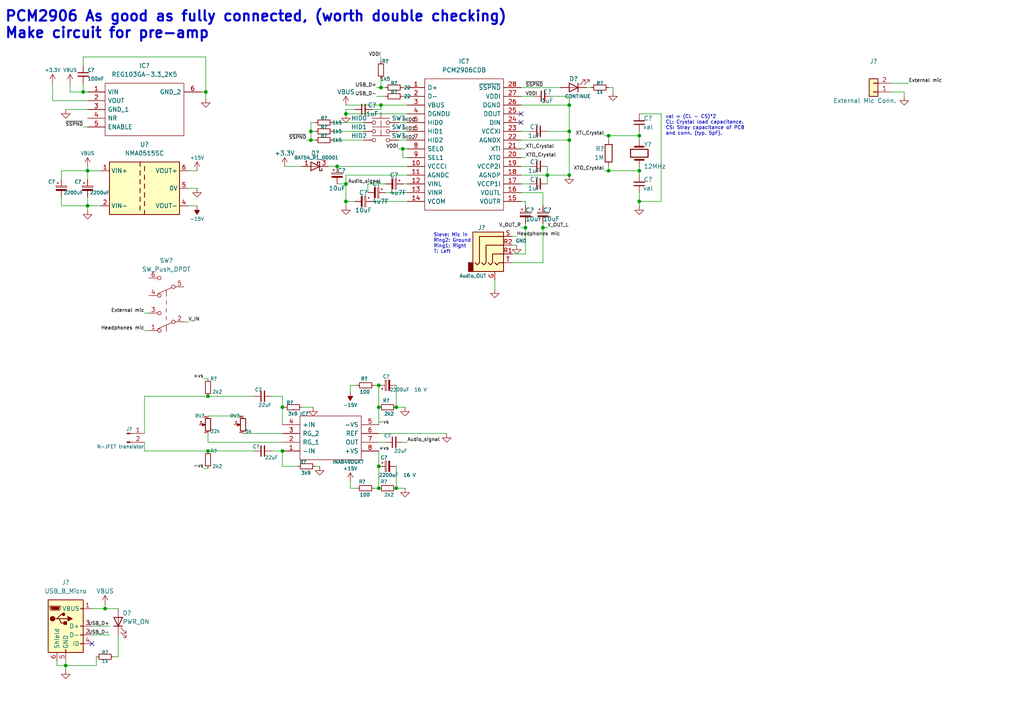
<source format=kicad_sch>
(kicad_sch (version 20211123) (generator eeschema)
  (paper "A4")
  (lib_symbols
    (symbol "Connector:AudioJack4_Ground"
      (property "Reference" "J" (at 0 8.89 0))
      (property "Value" "AudioJack4_Ground" (at 0 6.35 0))
      (symbol "AudioJack4_Ground_0_1"
        (rectangle (start -6.35 -7.62) (end -7.62 -5.08) (stroke (width 0.254)) (fill (type outline)))
        (polyline (pts (xy 0 -5.08) (xy 0.635 -5.715) (xy 1.27 -5.08) (xy 2.54 -5.08)) (stroke (width 0.254)))
        (polyline (pts (xy -5.715 -5.08) (xy -5.08 -5.715) (xy -4.445 -5.08) (xy -4.445 2.54) (xy 2.54 2.54)) (stroke (width 0.254)))
        (polyline (pts (xy -1.905 -5.08) (xy -1.27 -5.715) (xy -0.635 -5.08) (xy -0.635 -2.54) (xy 2.54 -2.54)) (stroke (width 0.254)))
        (polyline (pts (xy 2.54 0) (xy -2.54 0) (xy -2.54 -5.08) (xy -3.175 -5.715) (xy -3.81 -5.08)) (stroke (width 0.254)))
        (rectangle (start 2.54 3.81) (end -6.35 -7.62) (stroke (width 0.254)) (fill (type background)))
      )
      (symbol "AudioJack4_Ground_1_1"
        (pin passive line (at 0 -10.16 90) (length 2.54) (name "~") (number "G"))
        (pin passive line (at 5.08 -2.54 180) (length 2.54) (name "~") (number "R1"))
        (pin passive line (at 5.08 0 180) (length 2.54) (name "~") (number "R2"))
        (pin passive line (at 5.08 2.54 180) (length 2.54) (name "~") (number "S"))
        (pin passive line (at 5.08 -5.08 180) (length 2.54) (name "~") (number "T"))
      )
    )
    (symbol "Connector:Conn_01x02_Male" (pin_names (offset 1.016) hide)
      (property "Reference" "J" (at 0 2.54 0))
      (property "Value" "Conn_01x02_Male" (at 0 -5.08 0))
      (symbol "Conn_01x02_Male_1_1"
        (polyline (pts (xy 1.27 -2.54) (xy 0.8636 -2.54)) (stroke (width 0.1524)))
        (polyline (pts (xy 1.27 0) (xy 0.8636 0)) (stroke (width 0.1524)))
        (rectangle (start 0.8636 -2.413) (end 0 -2.667) (stroke (width 0.1524)) (fill (type outline)))
        (rectangle (start 0.8636 0.127) (end 0 -0.127) (stroke (width 0.1524)) (fill (type outline)))
        (pin passive line (at 5.08 0 180) (length 3.81) (name "Pin_1") (number "1"))
        (pin passive line (at 5.08 -2.54 180) (length 3.81) (name "Pin_2") (number "2"))
      )
    )
    (symbol "Connector:USB_B_Micro" (pin_names (offset 1.016))
      (property "Reference" "J" (at -5.08 11.43 0))
      (property "Value" "USB_B_Micro" (at -5.08 8.89 0))
      (symbol "USB_B_Micro_0_1"
        (rectangle (start -5.08 -7.62) (end 5.08 7.62) (stroke (width 0.254)) (fill (type background)))
        (circle (center -3.81 2.159) (radius 0.635) (stroke (width 0.254)) (fill (type outline)))
        (circle (center -0.635 3.429) (radius 0.381) (stroke (width 0.254)) (fill (type outline)))
        (rectangle (start -0.127 -7.62) (end 0.127 -6.858))
        (polyline (pts (xy -1.905 2.159) (xy 0.635 2.159)) (stroke (width 0.254)))
        (polyline (pts (xy -3.175 2.159) (xy -2.54 2.159) (xy -1.27 3.429) (xy -0.635 3.429)) (stroke (width 0.254)))
        (polyline (pts (xy -2.54 2.159) (xy -1.905 2.159) (xy -1.27 0.889) (xy 0 0.889)) (stroke (width 0.254)))
        (polyline (pts (xy 0.635 2.794) (xy 0.635 1.524) (xy 1.905 2.159) (xy 0.635 2.794)) (stroke (width 0.254)) (fill (type outline)))
        (polyline (pts (xy -4.318 5.588) (xy -1.778 5.588) (xy -2.032 4.826) (xy -4.064 4.826) (xy -4.318 5.588)) (fill (type outline)))
        (polyline (pts (xy -4.699 5.842) (xy -4.699 5.588) (xy -4.445 4.826) (xy -4.445 4.572) (xy -1.651 4.572) (xy -1.651 4.826) (xy -1.397 5.588) (xy -1.397 5.842) (xy -4.699 5.842)))
        (rectangle (start 0.254 1.27) (end -0.508 0.508) (stroke (width 0.254)) (fill (type outline)))
        (rectangle (start 5.08 -5.207) (end 4.318 -4.953))
        (rectangle (start 5.08 -2.667) (end 4.318 -2.413))
        (rectangle (start 5.08 -0.127) (end 4.318 0.127))
        (rectangle (start 5.08 4.953) (end 4.318 5.207))
      )
      (symbol "USB_B_Micro_1_1"
        (pin power_out line (at 7.62 5.08 180) (length 2.54) (name "VBUS") (number "1"))
        (pin bidirectional line (at 7.62 -2.54 180) (length 2.54) (name "D-") (number "2"))
        (pin bidirectional line (at 7.62 0 180) (length 2.54) (name "D+") (number "3"))
        (pin passive line (at 7.62 -5.08 180) (length 2.54) (name "ID") (number "4"))
        (pin power_out line (at 0 -10.16 90) (length 2.54) (name "GND") (number "5"))
        (pin passive line (at -2.54 -10.16 90) (length 2.54) (name "Shield") (number "6"))
      )
    )
    (symbol "Connector_Generic:Conn_01x02" (pin_names (offset 1.016) hide)
      (property "Reference" "J" (at 0 2.54 0))
      (property "Value" "Conn_01x02" (at 0 -5.08 0))
      (symbol "Conn_01x02_1_1"
        (rectangle (start -1.27 -2.413) (end 0 -2.667) (stroke (width 0.1524)))
        (rectangle (start -1.27 0.127) (end 0 -0.127) (stroke (width 0.1524)))
        (rectangle (start -1.27 1.27) (end 1.27 -3.81) (stroke (width 0.254)) (fill (type background)))
        (pin passive line (at -5.08 0 0) (length 3.81) (name "Pin_1") (number "1"))
        (pin passive line (at -5.08 -2.54 0) (length 3.81) (name "Pin_2") (number "2"))
      )
    )
    (symbol "Device:C_Polarized_Small" (pin_numbers hide) (pin_names (offset 0.254) hide)
      (property "Reference" "C" (at 0.254 1.778 0))
      (property "Value" "C_Polarized_Small" (at 0.254 -2.032 0))
      (symbol "C_Polarized_Small_0_1"
        (rectangle (start -1.524 -0.3048) (end 1.524 -0.6858) (fill (type outline)))
        (rectangle (start -1.524 0.6858) (end 1.524 0.3048))
        (polyline (pts (xy -1.27 1.524) (xy -0.762 1.524)))
        (polyline (pts (xy -1.016 1.27) (xy -1.016 1.778)))
      )
      (symbol "C_Polarized_Small_1_1"
        (pin passive line (at 0 2.54 270) (length 1.8542) (name "~") (number "1"))
        (pin passive line (at 0 -2.54 90) (length 1.8542) (name "~") (number "2"))
      )
    )
    (symbol "Device:C_Small" (pin_numbers hide) (pin_names (offset 0.254) hide)
      (property "Reference" "C" (at 0.254 1.778 0))
      (property "Value" "C_Small" (at 0.254 -2.032 0))
      (symbol "C_Small_0_1"
        (polyline (pts (xy -1.524 -0.508) (xy 1.524 -0.508)) (stroke (width 0.3302)))
        (polyline (pts (xy -1.524 0.508) (xy 1.524 0.508)) (stroke (width 0.3048)))
      )
      (symbol "C_Small_1_1"
        (pin passive line (at 0 2.54 270) (length 2.032) (name "~") (number "1"))
        (pin passive line (at 0 -2.54 90) (length 2.032) (name "~") (number "2"))
      )
    )
    (symbol "Device:Crystal" (pin_numbers hide) (pin_names (offset 1.016) hide)
      (property "Reference" "Y" (at 0 3.81 0))
      (property "Value" "Crystal" (at 0 -3.81 0))
      (symbol "Crystal_0_1"
        (rectangle (start -1.143 2.54) (end 1.143 -2.54) (stroke (width 0.3048)))
        (polyline (pts (xy -2.54 0) (xy -1.905 0)))
        (polyline (pts (xy -1.905 -1.27) (xy -1.905 1.27)) (stroke (width 0.508)))
        (polyline (pts (xy 1.905 -1.27) (xy 1.905 1.27)) (stroke (width 0.508)))
        (polyline (pts (xy 2.54 0) (xy 1.905 0)))
      )
      (symbol "Crystal_1_1"
        (pin passive line (at -3.81 0 0) (length 1.27) (name "1") (number "1"))
        (pin passive line (at 3.81 0 180) (length 1.27) (name "2") (number "2"))
      )
    )
    (symbol "Device:LED" (pin_numbers hide) (pin_names (offset 1.016) hide)
      (property "Reference" "D" (at 0 2.54 0))
      (property "Value" "LED" (at 0 -2.54 0))
      (symbol "LED_0_1"
        (polyline (pts (xy -1.27 -1.27) (xy -1.27 1.27)) (stroke (width 0.254)))
        (polyline (pts (xy -1.27 0) (xy 1.27 0)))
        (polyline (pts (xy 1.27 -1.27) (xy 1.27 1.27) (xy -1.27 0) (xy 1.27 -1.27)) (stroke (width 0.254)))
        (polyline (pts (xy -3.048 -0.762) (xy -4.572 -2.286) (xy -3.81 -2.286) (xy -4.572 -2.286) (xy -4.572 -1.524)))
        (polyline (pts (xy -1.778 -0.762) (xy -3.302 -2.286) (xy -2.54 -2.286) (xy -3.302 -2.286) (xy -3.302 -1.524)))
      )
      (symbol "LED_1_1"
        (pin passive line (at -3.81 0 0) (length 2.54) (name "K") (number "1"))
        (pin passive line (at 3.81 0 180) (length 2.54) (name "A") (number "2"))
      )
    )
    (symbol "Device:R" (pin_numbers hide) (pin_names (offset 0))
      (property "Reference" "R" (at 2.032 0 90))
      (property "Value" "R" (at 0 0 90))
      (symbol "R_0_1"
        (rectangle (start -1.016 -2.54) (end 1.016 2.54) (stroke (width 0.254)))
      )
      (symbol "R_1_1"
        (pin passive line (at 0 3.81 270) (length 1.27) (name "~") (number "1"))
        (pin passive line (at 0 -3.81 90) (length 1.27) (name "~") (number "2"))
      )
    )
    (symbol "Device:R_Potentiometer_Small" (pin_names (offset 1.016) hide)
      (property "Reference" "RV" (at -4.445 0 90))
      (property "Value" "R_Potentiometer_Small" (at -2.54 0 90))
      (symbol "R_Potentiometer_Small_0_1"
        (polyline (pts (xy 0.889 0) (xy 0.635 0) (xy 1.651 0.381) (xy 1.651 -0.381) (xy 0.635 0) (xy 0.889 0)) (fill (type outline)))
        (rectangle (start 0.762 1.8034) (end -0.762 -1.8034) (stroke (width 0.254)))
      )
      (symbol "R_Potentiometer_Small_1_1"
        (pin passive line (at 0 2.54 270) (length 0.635) (name "1") (number "1"))
        (pin passive line (at 2.54 0 180) (length 0.9906) (name "2") (number "2"))
        (pin passive line (at 0 -2.54 90) (length 0.635) (name "3") (number "3"))
      )
    )
    (symbol "Device:R_Small" (pin_numbers hide) (pin_names (offset 0.254) hide)
      (property "Reference" "R" (at 0.762 0.508 0))
      (property "Value" "R_Small" (at 0.762 -1.016 0))
      (symbol "R_Small_0_1"
        (rectangle (start -0.762 1.778) (end 0.762 -1.778) (stroke (width 0.2032)))
      )
      (symbol "R_Small_1_1"
        (pin passive line (at 0 2.54 270) (length 0.762) (name "~") (number "1"))
        (pin passive line (at 0 -2.54 90) (length 0.762) (name "~") (number "2"))
      )
    )
    (symbol "Diode:BAT54W" (pin_names (offset 1.016) hide)
      (property "Reference" "D" (at 0 2.54 0))
      (property "Value" "BAT54W" (at 0 -2.54 0))
      (symbol "BAT54W_0_1"
        (polyline (pts (xy 1.27 0) (xy -1.27 0)))
        (polyline (pts (xy 1.27 1.27) (xy 1.27 -1.27) (xy -1.27 0) (xy 1.27 1.27)) (stroke (width 0.254)))
        (polyline (pts (xy -1.905 0.635) (xy -1.905 1.27) (xy -1.27 1.27) (xy -1.27 -1.27) (xy -0.635 -1.27) (xy -0.635 -0.635)) (stroke (width 0.254)))
      )
      (symbol "BAT54W_1_1"
        (pin passive line (at 3.81 0 180) (length 2.54) (name "A") (number "1"))
        (pin no_connect line (at 0 0 90) (length 2.54) hide (name "NC") (number "2"))
        (pin passive line (at -3.81 0 0) (length 2.54) (name "K") (number "3"))
      )
    )
    (symbol "Regulator_Switching:NMA0515SC"
      (property "Reference" "U" (at -10.16 8.89 0))
      (property "Value" "NMA0515SC" (at 0 8.89 0))
      (symbol "NMA0515SC_0_1"
        (rectangle (start -10.16 7.62) (end 10.16 -7.62) (stroke (width 0.254)) (fill (type background)))
        (polyline (pts (xy -1.27 -5.08) (xy -1.27 -6.35)) (stroke (width 0.254)))
        (polyline (pts (xy -1.27 -2.54) (xy -1.27 -3.81)) (stroke (width 0.254)))
        (polyline (pts (xy -1.27 0) (xy -1.27 -1.27)) (stroke (width 0.254)))
        (polyline (pts (xy -1.27 2.54) (xy -1.27 1.27)) (stroke (width 0.254)))
        (polyline (pts (xy -1.27 5.08) (xy -1.27 3.81)) (stroke (width 0.254)))
        (polyline (pts (xy -1.27 7.62) (xy -1.27 6.35)) (stroke (width 0.254)))
        (polyline (pts (xy 0 -7.62) (xy 0 -6.35)) (stroke (width 0.254)))
        (polyline (pts (xy 0 -5.08) (xy 0 -3.81)) (stroke (width 0.254)))
        (polyline (pts (xy 0 -1.27) (xy 0 -2.54)) (stroke (width 0.254)))
        (polyline (pts (xy 0 0) (xy 0 1.27)) (stroke (width 0.254)))
        (polyline (pts (xy 0 2.54) (xy 0 3.81)) (stroke (width 0.254)))
        (polyline (pts (xy 0 5.08) (xy 0 6.35)) (stroke (width 0.254)))
      )
      (symbol "NMA0515SC_1_1"
        (pin power_in line (at -12.7 5.08 0) (length 2.54) (name "VIN+") (number "1"))
        (pin power_in line (at -12.7 -5.08 0) (length 2.54) (name "VIN-") (number "2"))
        (pin power_out line (at 12.7 -5.08 180) (length 2.54) (name "VOUT-") (number "4"))
        (pin power_out line (at 12.7 0 180) (length 2.54) (name "0V") (number "5"))
        (pin power_out line (at 12.7 5.08 180) (length 2.54) (name "VOUT+") (number "6"))
      )
    )
    (symbol "Switch:SW_Push" (pin_numbers hide) (pin_names (offset 1.016) hide)
      (property "Reference" "SW" (at 1.27 2.54 0))
      (property "Value" "SW_Push" (at 0 -1.524 0))
      (symbol "SW_Push_0_1"
        (circle (center -2.032 0) (radius 0.508))
        (polyline (pts (xy 0 1.27) (xy 0 3.048)))
        (polyline (pts (xy 2.54 1.27) (xy -2.54 1.27)))
        (circle (center 2.032 0) (radius 0.508))
        (pin passive line (at -5.08 0 0) (length 2.54) (name "1") (number "1"))
        (pin passive line (at 5.08 0 180) (length 2.54) (name "2") (number "2"))
      )
    )
    (symbol "Switch:SW_Push_DPDT" (pin_names (offset 0) hide)
      (property "Reference" "SW" (at 0 8.89 0))
      (property "Value" "SW_Push_DPDT" (at 0 -10.16 0))
      (symbol "SW_Push_DPDT_0_0"
        (circle (center -2.032 -5.08) (radius 0.508))
        (circle (center -2.032 5.08) (radius 0.508))
        (circle (center 2.032 -7.62) (radius 0.508))
        (circle (center 2.032 2.54) (radius 0.508))
      )
      (symbol "SW_Push_DPDT_0_1"
        (polyline (pts (xy -1.524 -4.826) (xy 2.54 -3.048)))
        (polyline (pts (xy -1.524 5.334) (xy 2.54 7.112)))
        (polyline (pts (xy 0 -2.286) (xy 0 -4.064)))
        (polyline (pts (xy 0 -1.016) (xy 0 0)))
        (polyline (pts (xy 0 1.27) (xy 0 2.286)))
        (polyline (pts (xy 0 3.556) (xy 0 4.572)))
        (polyline (pts (xy 0 7.874) (xy 0 6.096)))
        (circle (center 2.032 -2.54) (radius 0.508))
        (circle (center 2.032 7.62) (radius 0.508))
      )
      (symbol "SW_Push_DPDT_1_1"
        (pin passive line (at 5.08 7.62 180) (length 2.54) (name "A") (number "1"))
        (pin passive line (at -5.08 5.08 0) (length 2.54) (name "B") (number "2"))
        (pin passive line (at 5.08 2.54 180) (length 2.54) (name "C") (number "3"))
        (pin passive line (at 5.08 -2.54 180) (length 2.54) (name "A") (number "4"))
        (pin passive line (at -5.08 -5.08 0) (length 2.54) (name "B") (number "5"))
        (pin passive line (at 5.08 -7.62 180) (length 2.54) (name "C") (number "6"))
      )
    )
    (symbol "global_lib:INA849DGKT" (pin_names (offset 0.762))
      (property "Reference" "IC" (at 24.13 7.62 0))
      (property "Value" "INA849DGKT" (at 24.13 5.08 0))
      (symbol "INA849DGKT_0_0"
        (pin passive line (at 0 0 0) (length 5.08) (name "-IN") (number "1"))
        (pin passive line (at 0 -2.54 0) (length 5.08) (name "RG_1") (number "2"))
        (pin passive line (at 0 -5.08 0) (length 5.08) (name "RG_2") (number "3"))
        (pin passive line (at 0 -7.62 0) (length 5.08) (name "+IN") (number "4"))
        (pin passive line (at 27.94 -7.62 180) (length 5.08) (name "-VS") (number "5"))
        (pin passive line (at 27.94 -5.08 180) (length 5.08) (name "REF") (number "6"))
        (pin passive line (at 27.94 -2.54 180) (length 5.08) (name "OUT") (number "7"))
        (pin passive line (at 27.94 0 180) (length 5.08) (name "+VS") (number "8"))
      )
      (symbol "INA849DGKT_0_1"
        (polyline (pts (xy 5.08 2.54) (xy 22.86 2.54) (xy 22.86 -10.16) (xy 5.08 -10.16) (xy 5.08 2.54)) (stroke (width 0.1524)))
      )
    )
    (symbol "global_lib:PCM2906CDB" (pin_names (offset 0.762))
      (property "Reference" "IC" (at 5.08 6.35 0))
      (property "Value" "PCM2906CDB" (at 5.08 3.81 0))
      (symbol "PCM2906CDB_0_0"
        (pin passive line (at 0 0 0) (length 5.08) (name "D+") (number "1"))
        (pin passive line (at 0 -22.86 0) (length 5.08) (name "VCCCI") (number "10"))
        (pin passive line (at 0 -25.4 0) (length 5.08) (name "AGNDC") (number "11"))
        (pin passive line (at 0 -27.94 0) (length 5.08) (name "VINL") (number "12"))
        (pin passive line (at 0 -30.48 0) (length 5.08) (name "VINR") (number "13"))
        (pin passive line (at 0 -33.02 0) (length 5.08) (name "VCOM") (number "14"))
        (pin passive line (at 33.02 -33.02 180) (length 5.08) (name "VOUTR") (number "15"))
        (pin passive line (at 33.02 -30.48 180) (length 5.08) (name "VOUTL") (number "16"))
        (pin passive line (at 33.02 -27.94 180) (length 5.08) (name "VCCP1I") (number "17"))
        (pin passive line (at 33.02 -25.4 180) (length 5.08) (name "AGNDP") (number "18"))
        (pin passive line (at 33.02 -22.86 180) (length 5.08) (name "VCCP2I") (number "19"))
        (pin passive line (at 0 -2.54 0) (length 5.08) (name "D-") (number "2"))
        (pin passive line (at 33.02 -20.32 180) (length 5.08) (name "XTO") (number "20"))
        (pin passive line (at 33.02 -17.78 180) (length 5.08) (name "XTI") (number "21"))
        (pin passive line (at 33.02 -15.24 180) (length 5.08) (name "AGNDX") (number "22"))
        (pin passive line (at 33.02 -12.7 180) (length 5.08) (name "VCCXI") (number "23"))
        (pin passive line (at 33.02 -10.16 180) (length 5.08) (name "DIN") (number "24"))
        (pin passive line (at 33.02 -7.62 180) (length 5.08) (name "DOUT") (number "25"))
        (pin passive line (at 33.02 -5.08 180) (length 5.08) (name "DGND") (number "26"))
        (pin passive line (at 33.02 -2.54 180) (length 5.08) (name "VDDI") (number "27"))
        (pin passive line (at 33.02 0 180) (length 5.08) (name "~{SSPND}") (number "28"))
        (pin passive line (at 0 -5.08 0) (length 5.08) (name "VBUS") (number "3"))
        (pin passive line (at 0 -7.62 0) (length 5.08) (name "DGNDU") (number "4"))
        (pin passive line (at 0 -10.16 0) (length 5.08) (name "HID0") (number "5"))
        (pin passive line (at 0 -12.7 0) (length 5.08) (name "HID1") (number "6"))
        (pin passive line (at 0 -15.24 0) (length 5.08) (name "HID2") (number "7"))
        (pin passive line (at 0 -17.78 0) (length 5.08) (name "SEL0") (number "8"))
        (pin passive line (at 0 -20.32 0) (length 5.08) (name "SEL1") (number "9"))
      )
      (symbol "PCM2906CDB_0_1"
        (polyline (pts (xy 5.08 2.54) (xy 27.94 2.54) (xy 27.94 -35.56) (xy 5.08 -35.56) (xy 5.08 2.54)) (stroke (width 0.1524)))
      )
    )
    (symbol "global_lib:REG103GA-3.3_2K5" (pin_names (offset 0.762))
      (property "Reference" "IC" (at 29.21 7.62 0))
      (property "Value" "REG103GA-3.3_2K5" (at 29.21 5.08 0))
      (symbol "REG103GA-3.3_2K5_0_0"
        (pin passive line (at 0 0 0) (length 5.08) (name "VIN") (number "1"))
        (pin passive line (at 0 -2.54 0) (length 5.08) (name "VOUT") (number "2"))
        (pin passive line (at 0 -5.08 0) (length 5.08) (name "GND_1") (number "3"))
        (pin passive line (at 0 -7.62 0) (length 5.08) (name "NR") (number "4"))
        (pin passive line (at 0 -10.16 0) (length 5.08) (name "ENABLE") (number "5"))
        (pin passive line (at 33.02 0 180) (length 5.08) (name "GND_2") (number "6"))
      )
      (symbol "REG103GA-3.3_2K5_0_1"
        (polyline (pts (xy 5.08 2.54) (xy 27.94 2.54) (xy 27.94 -12.7) (xy 5.08 -12.7) (xy 5.08 2.54)) (stroke (width 0.1524)))
      )
    )
    (symbol "power:+15V" (power) (pin_names (offset 0))
      (property "Value" "+15V" (at 0 3.556 0))
      (symbol "+15V_0_1"
        (polyline (pts (xy -0.762 1.27) (xy 0 2.54)))
        (polyline (pts (xy 0 0) (xy 0 2.54)))
        (polyline (pts (xy 0 2.54) (xy 0.762 1.27)))
      )
      (symbol "+15V_1_1"
        (pin power_in line (at 0 0 90) (length 0) hide (name "+15V") (number "1"))
      )
    )
    (symbol "power:+3.3V" (power) (pin_names (offset 0))
      (property "Value" "+3.3V" (at 0 3.556 0))
      (symbol "+3.3V_0_1"
        (polyline (pts (xy -0.762 1.27) (xy 0 2.54)))
        (polyline (pts (xy 0 0) (xy 0 2.54)))
        (polyline (pts (xy 0 2.54) (xy 0.762 1.27)))
      )
      (symbol "+3.3V_1_1"
        (pin power_in line (at 0 0 90) (length 0) hide (name "+3.3V") (number "1"))
      )
    )
    (symbol "power:-15V" (power) (pin_names (offset 0))
      (property "Value" "-15V" (at 0 3.81 0))
      (symbol "-15V_0_0"
        (pin power_in line (at 0 0 90) (length 0) hide (name "-15V") (number "1"))
      )
      (symbol "-15V_0_1"
        (polyline (pts (xy 0 0) (xy 0 1.27) (xy 0.762 1.27) (xy 0 2.54) (xy -0.762 1.27) (xy 0 1.27)) (fill (type outline)))
      )
    )
    (symbol "power:GND" (power) (pin_names (offset 0))
      (property "Value" "GND" (at 0 -3.81 0))
      (symbol "GND_0_1"
        (polyline (pts (xy 0 0) (xy 0 -1.27) (xy 1.27 -1.27) (xy 0 -2.54) (xy -1.27 -1.27) (xy 0 -1.27)))
      )
      (symbol "GND_1_1"
        (pin power_in line (at 0 0 270) (length 0) hide (name "GND") (number "1"))
      )
    )
    (symbol "power:VBUS" (power) (pin_names (offset 0))
      (property "Value" "VBUS" (at 0 3.81 0))
      (symbol "VBUS_0_1"
        (polyline (pts (xy -0.762 1.27) (xy 0 2.54)))
        (polyline (pts (xy 0 0) (xy 0 2.54)))
        (polyline (pts (xy 0 2.54) (xy 0.762 1.27)))
      )
      (symbol "VBUS_1_1"
        (pin power_in line (at 0 0 90) (length 0) hide (name "VBUS") (number "1"))
      )
    )
  )
  (junction (at 114.935 118.11))
  (junction (at 152.4 66.04))
  (junction (at 109.855 111.76))
  (junction (at 19.05 193.04))
  (junction (at 165.1 30.48))
  (junction (at 185.42 58.42))
  (junction (at 185.42 39.37))
  (junction (at 176.53 49.53))
  (junction (at 59.69 26.67))
  (junction (at 157.48 66.04))
  (junction (at 110.49 30.48))
  (junction (at 114.935 141.605))
  (junction (at 109.855 118.11))
  (junction (at 165.1 50.8))
  (junction (at 30.48 176.53))
  (junction (at 116.84 43.18))
  (junction (at 176.53 39.37))
  (junction (at 90.17 38.1))
  (junction (at 25.4 49.53))
  (junction (at 24.13 26.67))
  (junction (at 60.325 114.935))
  (junction (at 185.42 49.53))
  (junction (at 158.75 50.8))
  (junction (at 100.33 33.02))
  (junction (at 25.4 59.69))
  (junction (at 100.33 58.42))
  (junction (at 109.855 141.605))
  (junction (at 109.855 135.255))
  (junction (at 100.33 53.34))
  (junction (at 81.915 130.81))
  (junction (at 110.49 25.4))
  (junction (at 165.1 40.64))
  (junction (at 60.325 130.81))
  (junction (at 90.17 40.64))
  (junction (at 81.915 118.11))
  (junction (at 165.1 38.1))
  (junction (at 97.79 48.26))
  (no_connect (at 151.13 33.02))
  (no_connect (at 26.67 186.69))
  (no_connect (at 151.13 35.56))
  (wire (pts (xy 100.33 59.69) (xy 100.33 58.42)))
  (wire (pts (xy 58.42 26.67) (xy 59.69 26.67)))
  (wire (pts (xy 175.26 49.53) (xy 176.53 49.53)))
  (wire (pts (xy 109.22 27.94) (xy 111.76 27.94)))
  (wire (pts (xy 109.855 128.27) (xy 111.76 128.27)))
  (wire (pts (xy 60.325 128.27) (xy 81.915 128.27)))
  (wire (pts (xy 81.915 118.11) (xy 81.915 123.19)))
  (wire (pts (xy 191.77 33.02) (xy 191.77 58.42)))
  (wire (pts (xy 116.84 43.18) (xy 116.84 45.72)))
  (wire (pts (xy 91.44 135.255) (xy 92.71 135.255)))
  (wire (pts (xy 100.33 31.75) (xy 100.33 33.02)))
  (wire (pts (xy 81.915 135.255) (xy 86.36 135.255)))
  (wire (pts (xy 177.8 25.4) (xy 177.8 26.67)))
  (wire (pts (xy 148.59 76.2) (xy 157.48 76.2)))
  (wire (pts (xy 114.935 135.255) (xy 114.935 141.605)))
  (wire (pts (xy 148.59 73.66) (xy 152.4 73.66)))
  (wire (pts (xy 41.91 90.805) (xy 43.18 90.805)))
  (wire (pts (xy 90.17 38.1) (xy 91.44 38.1)))
  (wire (pts (xy 15.24 24.13) (xy 15.24 29.21)))
  (wire (pts (xy 115.57 43.18) (xy 116.84 43.18)))
  (wire (pts (xy 258.445 24.13) (xy 263.525 24.13)))
  (wire (pts (xy 19.05 193.04) (xy 19.05 194.31)))
  (wire (pts (xy 151.13 53.34) (xy 153.67 53.34)))
  (wire (pts (xy 24.13 24.13) (xy 24.13 26.67)))
  (wire (pts (xy 109.855 118.11) (xy 109.855 123.19)))
  (wire (pts (xy 100.33 50.8) (xy 118.11 50.8)))
  (wire (pts (xy 176.53 39.37) (xy 176.53 40.64)))
  (wire (pts (xy 152.4 45.72) (xy 151.13 45.72)))
  (wire (pts (xy 185.42 48.26) (xy 185.42 49.53)))
  (wire (pts (xy 53.34 93.345) (xy 54.61 93.345)))
  (wire (pts (xy 95.25 48.26) (xy 97.79 48.26)))
  (wire (pts (xy 34.29 184.15) (xy 34.29 190.5)))
  (wire (pts (xy 24.13 36.83) (xy 25.4 36.83)))
  (wire (pts (xy 60.325 120.65) (xy 70.485 120.65)))
  (wire (pts (xy 88.9 40.64) (xy 90.17 40.64)))
  (wire (pts (xy 96.52 35.56) (xy 105.41 35.56)))
  (wire (pts (xy 185.42 39.37) (xy 185.42 40.64)))
  (wire (pts (xy 100.33 33.02) (xy 118.11 33.02)))
  (wire (pts (xy 91.44 35.56) (xy 90.17 35.56)))
  (wire (pts (xy 165.1 27.94) (xy 165.1 30.48)))
  (wire (pts (xy 158.75 48.26) (xy 158.75 50.8)))
  (wire (pts (xy 100.33 58.42) (xy 100.33 53.34)))
  (wire (pts (xy 152.4 66.04) (xy 152.4 73.66)))
  (wire (pts (xy 157.48 64.77) (xy 157.48 66.04)))
  (wire (pts (xy 175.26 39.37) (xy 176.53 39.37)))
  (wire (pts (xy 41.91 114.935) (xy 41.91 125.73)))
  (wire (pts (xy 109.855 125.73) (xy 129.54 125.73)))
  (wire (pts (xy 116.84 53.34) (xy 118.11 53.34)))
  (wire (pts (xy 26.67 176.53) (xy 30.48 176.53)))
  (wire (pts (xy 70.485 125.73) (xy 81.915 125.73)))
  (wire (pts (xy 59.69 16.51) (xy 24.13 16.51)))
  (wire (pts (xy 59.055 109.855) (xy 60.325 109.855)))
  (wire (pts (xy 24.13 16.51) (xy 24.13 19.05)))
  (wire (pts (xy 262.255 26.67) (xy 258.445 26.67)))
  (wire (pts (xy 16.51 191.77) (xy 16.51 193.04)))
  (wire (pts (xy 109.855 135.255) (xy 109.855 141.605)))
  (wire (pts (xy 16.51 193.04) (xy 19.05 193.04)))
  (wire (pts (xy 19.05 191.77) (xy 19.05 193.04)))
  (wire (pts (xy 27.94 190.5) (xy 27.94 193.04)))
  (wire (pts (xy 107.95 31.75) (xy 110.49 31.75)))
  (wire (pts (xy 24.13 26.67) (xy 25.4 26.67)))
  (wire (pts (xy 54.61 54.61) (xy 57.15 54.61)))
  (wire (pts (xy 54.61 59.69) (xy 57.15 59.69)))
  (wire (pts (xy 87.63 118.11) (xy 90.805 118.11)))
  (wire (pts (xy 41.91 130.81) (xy 41.91 128.27)))
  (wire (pts (xy 185.42 33.02) (xy 191.77 33.02)))
  (wire (pts (xy 27.94 193.04) (xy 19.05 193.04)))
  (wire (pts (xy 165.1 40.64) (xy 165.1 50.8)))
  (wire (pts (xy 17.78 59.69) (xy 25.4 59.69)))
  (wire (pts (xy 15.24 29.21) (xy 25.4 29.21)))
  (wire (pts (xy 97.79 48.26) (xy 118.11 48.26)))
  (wire (pts (xy 152.4 64.77) (xy 152.4 66.04)))
  (wire (pts (xy 116.84 45.72) (xy 118.11 45.72)))
  (wire (pts (xy 109.855 130.81) (xy 109.855 135.255)))
  (wire (pts (xy 106.68 53.34) (xy 111.76 53.34)))
  (wire (pts (xy 151.13 50.8) (xy 158.75 50.8)))
  (wire (pts (xy 20.32 24.13) (xy 20.32 26.67)))
  (wire (pts (xy 109.22 25.4) (xy 110.49 25.4)))
  (wire (pts (xy 25.4 57.15) (xy 25.4 59.69)))
  (wire (pts (xy 109.855 111.76) (xy 109.855 118.11)))
  (wire (pts (xy 100.33 58.42) (xy 102.87 58.42)))
  (wire (pts (xy 185.42 50.8) (xy 185.42 49.53)))
  (wire (pts (xy 102.87 31.75) (xy 100.33 31.75)))
  (wire (pts (xy 157.48 66.04) (xy 158.75 66.04)))
  (wire (pts (xy 143.51 81.28) (xy 143.51 83.82)))
  (wire (pts (xy 25.4 60.96) (xy 25.4 59.69)))
  (wire (pts (xy 96.52 40.64) (xy 105.41 40.64)))
  (wire (pts (xy 25.4 49.53) (xy 29.21 49.53)))
  (wire (pts (xy 25.4 48.26) (xy 25.4 49.53)))
  (wire (pts (xy 185.42 38.1) (xy 185.42 39.37)))
  (wire (pts (xy 151.13 66.04) (xy 152.4 66.04)))
  (wire (pts (xy 30.48 176.53) (xy 30.48 175.26)))
  (wire (pts (xy 25.4 49.53) (xy 25.4 52.07)))
  (wire (pts (xy 60.325 125.73) (xy 60.325 128.27)))
  (wire (pts (xy 148.59 68.58) (xy 149.86 68.58)))
  (wire (pts (xy 20.32 26.67) (xy 24.13 26.67)))
  (wire (pts (xy 116.84 128.27) (xy 118.11 128.27)))
  (wire (pts (xy 100.33 53.34) (xy 100.33 50.8)))
  (wire (pts (xy 176.53 25.4) (xy 177.8 25.4)))
  (wire (pts (xy 81.915 130.81) (xy 81.915 135.255)))
  (wire (pts (xy 59.055 135.89) (xy 60.325 135.89)))
  (wire (pts (xy 158.75 38.1) (xy 165.1 38.1)))
  (wire (pts (xy 152.4 43.18) (xy 151.13 43.18)))
  (wire (pts (xy 106.68 55.88) (xy 106.68 53.34)))
  (wire (pts (xy 165.1 30.48) (xy 165.1 38.1)))
  (wire (pts (xy 90.17 40.64) (xy 91.44 40.64)))
  (wire (pts (xy 78.74 130.81) (xy 81.915 130.81)))
  (wire (pts (xy 73.66 130.81) (xy 60.325 130.81)))
  (wire (pts (xy 30.48 176.53) (xy 34.29 176.53)))
  (wire (pts (xy 115.57 40.64) (xy 118.11 40.64)))
  (wire (pts (xy 185.42 58.42) (xy 185.42 59.69)))
  (wire (pts (xy 157.48 55.88) (xy 157.48 59.69)))
  (wire (pts (xy 148.59 71.12) (xy 149.86 71.12)))
  (wire (pts (xy 110.49 16.51) (xy 110.49 17.78)))
  (wire (pts (xy 157.48 66.04) (xy 157.48 76.2)))
  (wire (pts (xy 81.915 114.935) (xy 81.915 118.11)))
  (wire (pts (xy 176.53 49.53) (xy 185.42 49.53)))
  (wire (pts (xy 73.66 114.935) (xy 60.325 114.935)))
  (wire (pts (xy 59.69 16.51) (xy 59.69 26.67)))
  (wire (pts (xy 110.49 31.75) (xy 110.49 30.48)))
  (wire (pts (xy 158.75 50.8) (xy 158.75 53.34)))
  (wire (pts (xy 100.33 30.48) (xy 110.49 30.48)))
  (wire (pts (xy 41.91 95.885) (xy 43.18 95.885)))
  (wire (pts (xy 115.57 38.1) (xy 118.11 38.1)))
  (wire (pts (xy 151.13 38.1) (xy 153.67 38.1)))
  (wire (pts (xy 170.18 25.4) (xy 171.45 25.4)))
  (wire (pts (xy 151.13 58.42) (xy 152.4 58.42)))
  (wire (pts (xy 101.6 111.76) (xy 101.6 113.665)))
  (wire (pts (xy 185.42 55.88) (xy 185.42 58.42)))
  (wire (pts (xy 160.02 27.94) (xy 165.1 27.94)))
  (wire (pts (xy 54.61 49.53) (xy 57.15 49.53)))
  (wire (pts (xy 97.79 53.34) (xy 100.33 53.34)))
  (wire (pts (xy 60.325 114.935) (xy 41.91 114.935)))
  (wire (pts (xy 17.78 52.07) (xy 17.78 49.53)))
  (wire (pts (xy 90.17 38.1) (xy 90.17 40.64)))
  (wire (pts (xy 114.935 111.76) (xy 114.935 118.11)))
  (wire (pts (xy 116.84 43.18) (xy 118.11 43.18)))
  (wire (pts (xy 26.67 184.15) (xy 31.75 184.15)))
  (wire (pts (xy 59.69 26.67) (xy 59.69 28.575)))
  (wire (pts (xy 25.4 59.69) (xy 29.21 59.69)))
  (wire (pts (xy 17.78 57.15) (xy 17.78 59.69)))
  (wire (pts (xy 110.49 30.48) (xy 118.11 30.48)))
  (wire (pts (xy 262.255 27.94) (xy 262.255 26.67)))
  (wire (pts (xy 82.55 48.26) (xy 87.63 48.26)))
  (wire (pts (xy 114.935 118.11) (xy 117.475 118.11)))
  (wire (pts (xy 81.915 118.11) (xy 82.55 118.11)))
  (wire (pts (xy 114.935 141.605) (xy 117.475 141.605)))
  (wire (pts (xy 60.325 130.81) (xy 41.91 130.81)))
  (wire (pts (xy 176.53 39.37) (xy 185.42 39.37)))
  (wire (pts (xy 185.42 58.42) (xy 191.77 58.42)))
  (wire (pts (xy 165.1 38.1) (xy 165.1 40.64)))
  (wire (pts (xy 108.585 111.76) (xy 109.855 111.76)))
  (wire (pts (xy 90.17 35.56) (xy 90.17 38.1)))
  (wire (pts (xy 110.49 22.86) (xy 110.49 25.4)))
  (wire (pts (xy 26.67 181.61) (xy 31.75 181.61)))
  (wire (pts (xy 101.6 141.605) (xy 103.505 141.605)))
  (wire (pts (xy 116.84 27.94) (xy 118.11 27.94)))
  (wire (pts (xy 151.13 30.48) (xy 165.1 30.48)))
  (wire (pts (xy 78.74 114.935) (xy 81.915 114.935)))
  (wire (pts (xy 107.95 58.42) (xy 118.11 58.42)))
  (wire (pts (xy 152.4 58.42) (xy 152.4 59.69)))
  (wire (pts (xy 111.76 55.88) (xy 118.11 55.88)))
  (wire (pts (xy 151.13 25.4) (xy 162.56 25.4)))
  (wire (pts (xy 110.49 25.4) (xy 111.76 25.4)))
  (wire (pts (xy 96.52 38.1) (xy 105.41 38.1)))
  (wire (pts (xy 19.05 31.75) (xy 25.4 31.75)))
  (wire (pts (xy 101.6 139.7) (xy 101.6 141.605)))
  (wire (pts (xy 116.84 25.4) (xy 118.11 25.4)))
  (wire (pts (xy 115.57 35.56) (xy 118.11 35.56)))
  (wire (pts (xy 158.75 50.8) (xy 165.1 50.8)))
  (wire (pts (xy 151.13 40.64) (xy 165.1 40.64)))
  (wire (pts (xy 108.585 141.605) (xy 109.855 141.605)))
  (wire (pts (xy 151.13 27.94) (xy 154.94 27.94)))
  (wire (pts (xy 17.78 49.53) (xy 25.4 49.53)))
  (wire (pts (xy 101.6 111.76) (xy 103.505 111.76)))
  (wire (pts (xy 176.53 49.53) (xy 176.53 48.26)))
  (wire (pts (xy 151.13 48.26) (xy 153.67 48.26)))
  (wire (pts (xy 34.29 190.5) (xy 33.02 190.5)))
  (wire (pts (xy 151.13 55.88) (xy 157.48 55.88)))
  (text "Sleve: Mic in\nRing2: Ground\nRing1: Right\nT: Left" (at 125.73 73.66 0) (effects (font (size 1 1)) (justify left bottom)))
  (text "PCM2906 As good as fully connected, (worth double checking)\nMake circuit for pre-amp" (at 1.27 11.43 0) (effects (font (size 3 3) (thickness 0.6) bold) (justify left bottom)))
  (text "val = (CL - CS)*2\nCL: Crystal load capacitance.\nCS: Stray capacitance of PCB \nand conn. (typ. 5pF)." (at 193.04 39.37 0) (effects (font (size 1 1)) (justify left bottom)))
  (label "USB_D-" (at 109.22 27.94 180) (effects (font (size 1 1))))
  (label "External mic" (at 41.91 90.805 180) (effects (font (size 1 1))))
  (label "+vs" (at 109.855 130.81 0) (effects (font (size 1 1))))
  (label "USB_D+" (at 109.22 25.4 180) (effects (font (size 1 1))))
  (label "~{SSPND}" (at 88.9 40.64 180) (effects (font (size 1 1))))
  (label "+vs" (at 59.055 109.855 180) (effects (font (size 1 1))))
  (label "Headphones mic" (at 41.91 95.885 180) (effects (font (size 1 1))))
  (label "~{SSPND}" (at 24.13 36.83 180) (effects (font (size 1 1))))
  (label "XTI_Crystal" (at 175.26 39.37 180) (effects (font (size 1 1))))
  (label "XTO_Crystal" (at 152.4 45.72 0) (effects (font (size 1 1))))
  (label "~{SSPND}" (at 152.4 25.4 0) (effects (font (size 1 1))))
  (label "Headphones mic" (at 149.86 68.58 0) (effects (font (size 1 1))))
  (label "V_IN" (at 54.61 93.345 0) (effects (font (size 1 1))))
  (label "USB_D+" (at 31.75 181.61 180) (effects (font (size 1 1))))
  (label "XTI_Crystal" (at 152.4 43.18 0) (effects (font (size 1 1))))
  (label "HID2" (at 116.84 40.64 0) (effects (font (size 1 1))))
  (label "VDDI" (at 152.4 27.94 0) (effects (font (size 1 1))))
  (label "-vs" (at 109.855 123.19 0) (effects (font (size 1 1))))
  (label "HID1" (at 116.84 38.1 0) (effects (font (size 1 1))))
  (label "VDDI" (at 115.57 43.18 180) (effects (font (size 1 1))))
  (label "V_OUT_R" (at 151.13 66.04 180) (effects (font (size 1 1))))
  (label "HID0" (at 116.84 35.56 0) (effects (font (size 1 1))))
  (label "USB_D-" (at 31.75 184.15 180) (effects (font (size 1 1))))
  (label "Audio_signal" (at 118.11 128.27 0) (effects (font (size 1 1))))
  (label "-vs" (at 59.055 135.89 180) (effects (font (size 1 1))))
  (label "External mic" (at 263.525 24.13 0) (effects (font (size 1 1))))
  (label "VDDI" (at 110.49 16.51 180) (effects (font (size 1 1))))
  (label "XTO_Crystal" (at 175.26 49.53 180) (effects (font (size 1 1))))
  (label "V_OUT_L" (at 158.75 66.04 0) (effects (font (size 1 1))))
  (label "Audio_signal" (at 110.49 53.34 180) (effects (font (size 1 1))))
  (symbol (lib_id "Device:C_Polarized_Small") (at 109.22 55.88 270) (unit 1)
    (property "Reference" "C?" (at 107.95 53.34 90) (effects (justify left)))
    (property "Value" "4u7F" (at 107.95 58.42 90) (effects (justify left)))
  )
  (symbol (lib_id "Device:C_Small") (at 156.21 38.1 90) (unit 1)
    (property "Reference" "C?" (at 154.94 36.83 90))
    (property "Value" "1uF" (at 154.94 39.37 90))
  )
  (symbol (lib_id "Device:C_Small") (at 114.3 128.27 90) (unit 1)
    (property "Reference" "C?" (at 112.395 126.365 90) (effects (font (size 1 1))))
    (property "Value" "22uF" (at 116.205 130.81 90) (effects (font (size 1 1))))
  )
  (symbol (lib_id "Device:C_Polarized_Small") (at 114.3 53.34 270) (unit 1)
    (property "Reference" "C?" (at 113.03 50.8 90) (effects (justify left)))
    (property "Value" "4u7F" (at 113.03 55.88 90) (effects (justify left)))
  )
  (symbol (lib_id "Switch:SW_Push") (at 110.49 35.56 0) (unit 1)
    (property "Reference" "SW?" (at 115.57 34.29 0))
    (property "Value" "HID0" (at 104.14 34.29 0))
  )
  (symbol (lib_id "power:+15V") (at 57.15 49.53 0) (unit 1)
    (property "Reference" "#PWR?" (effects hide))
    (property "Value" "+15V" (at 57.15 45.72 0) (effects (font (size 1 1))))
  )
  (symbol (lib_id "Device:C_Polarized_Small") (at 152.4 62.23 0) (unit 1)
    (property "Reference" "C?" (at 152.4 60.96 0) (effects (justify left)))
    (property "Value" "10uF" (at 152.4 63.5 0) (effects (justify left)))
  )
  (symbol (lib_id "global_lib:PCM2906CDB") (at 118.11 25.4 0) (unit 1)
    (property "Reference" "IC?" (at 134.62 17.78 0))
    (property "Value" "PCM2906CDB" (at 134.62 20.32 0))
    (property "Footprint" "SOP65P780X200-28N" (effects hide))
    (property "Datasheet" "http://www.ti.com/lit/ds/symlink/pcm2906c.pdf" (effects hide))
    (property "Description" "PCM2906CDB, Audio Encoder and Decoder IC Stereo Audio Stereo-channel 16bit- 48kHz USB 28-Pin SSOP" (effects hide))
    (property "Height" "2" (effects hide))
    (property "Manufacturer_Name" "Texas Instruments" (effects hide))
    (property "Manufacturer_Part_Number" "PCM2906CDB" (effects hide))
    (property "Mouser Part Number" "595-PCM2906CDB" (effects hide))
    (property "Mouser Price/Stock" "https://www.mouser.co.uk/ProductDetail/Texas-Instruments/PCM2906CDB?qs=5kMjoDYFkgh1z8LWKbLx7A%3D%3D" (effects hide))
    (property "Arrow Part Number" "PCM2906CDB" (effects hide))
    (property "Arrow Price/Stock" "https://www.arrow.com/en/products/pcm2906cdb/texas-instruments?region=nac" (effects hide))
  )
  (symbol (lib_id "Device:R_Small") (at 110.49 20.32 180) (unit 1)
    (property "Reference" "R?" (at 111.76 17.78 0) (effects (font (size 1 1))))
    (property "Value" "1k5" (at 111.76 22.86 0) (effects (font (size 1 1))))
  )
  (symbol (lib_id "Device:LED") (at 34.29 180.34 90) (unit 1)
    (property "Reference" "D?" (at 35.56 177.8 90) (effects (justify right)))
    (property "Value" "PWR_ON" (at 35.56 180.34 90) (effects (justify right)))
  )
  (symbol (lib_id "power:GND") (at 19.05 194.31 0) (unit 1)
    (property "Reference" "#PWR?" (effects hide))
    (property "Value" "GND" (effects hide))
  )
  (symbol (lib_id "Switch:SW_Push_DPDT") (at 48.26 88.265 180) (unit 1)
    (property "Reference" "SW?" (at 48.26 75.565 0))
    (property "Value" "SW_Push_DPDT" (at 48.26 78.105 0))
  )
  (symbol (lib_id "Diode:BAT54W") (at 91.44 48.26 180) (unit 1)
    (property "Reference" "D?" (at 91.44 44.45 0))
    (property "Value" "BAT54_R1_00001" (at 91.7575 45.72 0) (effects (font (size 1 1))))
    (property "Footprint" "Package_TO_SOT_SMD:SOT-323_SC-70" (effects hide))
    (property "Datasheet" "https://assets.nexperia.com/documents/data-sheet/BAT54W_SER.pdf" (effects hide))
  )
  (symbol (lib_id "power:GND") (at 177.8 26.67 0) (unit 1)
    (property "Reference" "#PWR?" (effects hide))
    (property "Value" "GND" (effects hide))
  )
  (symbol (lib_id "Switch:SW_Push") (at 110.49 40.64 0) (unit 1)
    (property "Reference" "SW?" (at 115.57 39.37 0))
    (property "Value" "HID2" (at 104.14 39.37 0))
  )
  (symbol (lib_id "Device:C_Small") (at 156.21 53.34 90) (unit 1)
    (property "Reference" "C?" (at 154.94 52.07 90))
    (property "Value" "1uF" (at 154.94 54.61 90))
  )
  (symbol (lib_id "power:GND") (at 25.4 60.96 0) (unit 1)
    (property "Reference" "#PWR?" (effects hide))
    (property "Value" "GND" (effects hide))
  )
  (symbol (lib_id "Device:R") (at 176.53 44.45 0) (unit 1)
    (property "Reference" "R?" (at 172.72 43.18 0) (effects (justify left)))
    (property "Value" "1M" (at 175.26 45.72 0) (effects (justify right)))
  )
  (symbol (lib_id "power:-15V") (at 101.6 113.665 180) (unit 1)
    (property "Reference" "#PWR?" (effects hide))
    (property "Value" "-15V" (at 101.6 117.475 0) (effects (font (size 1 1))))
  )
  (symbol (lib_id "power:GND") (at 143.51 83.82 0) (unit 1)
    (property "Reference" "#PWR?" (effects hide))
    (property "Value" "GND" (effects hide))
  )
  (symbol (lib_id "Device:R_Small") (at 60.325 133.35 0) (unit 1)
    (property "Reference" "R?" (at 60.96 130.81 0) (effects (font (size 1 1)) (justify left)))
    (property "Value" "2k2" (at 61.595 135.255 0) (effects (font (size 1 1)) (justify left)))
  )
  (symbol (lib_id "Device:C_Small") (at 76.2 114.935 90) (unit 1)
    (property "Reference" "C?" (at 74.93 113.03 90) (effects (font (size 1 1))))
    (property "Value" "22uF" (at 76.835 117.475 90) (effects (font (size 1 1))))
  )
  (symbol (lib_id "Device:R_Small") (at 106.045 111.76 90) (unit 1)
    (property "Reference" "R?" (at 106.68 109.855 90) (effects (font (size 1 1)) (justify left)))
    (property "Value" "100" (at 107.315 113.665 90) (effects (font (size 1 1)) (justify left)))
  )
  (symbol (lib_id "Device:C_Small") (at 185.42 35.56 180) (unit 1)
    (property "Reference" "C?" (at 187.96 34.29 0))
    (property "Value" "val" (at 187.96 36.83 0))
  )
  (symbol (lib_id "Device:C_Small") (at 185.42 53.34 180) (unit 1)
    (property "Reference" "C?" (at 187.96 52.07 0))
    (property "Value" "val" (at 187.96 54.61 0))
  )
  (symbol (lib_id "power:GND") (at 149.86 71.12 0) (unit 1)
    (property "Reference" "#PWR?" (effects hide))
    (property "Value" "GND" (at 151.13 69.85 0) (effects (font (size 1 1))))
  )
  (symbol (lib_id "power:GND") (at 100.33 33.02 0) (unit 1)
    (property "Reference" "#PWR?" (effects hide))
    (property "Value" "GND" (effects hide))
  )
  (symbol (lib_id "Device:R_Small") (at 106.045 141.605 90) (mirror x) (unit 1)
    (property "Reference" "R?" (at 106.045 139.7 90) (effects (font (size 1 1)) (justify left)))
    (property "Value" "100" (at 107.315 143.51 90) (effects (font (size 1 1)) (justify left)))
  )
  (symbol (lib_id "Device:R_Small") (at 112.395 118.11 90) (unit 1)
    (property "Reference" "R?" (at 113.03 116.205 90) (effects (font (size 1 1)) (justify left)))
    (property "Value" "2k2" (at 114.3 120.015 90) (effects (font (size 1 1)) (justify left)))
  )
  (symbol (lib_id "Device:R_Potentiometer_Small") (at 60.325 123.19 180) (unit 1)
    (property "Reference" "RV?" (at 56.515 120.65 0) (effects (font (size 1 1)) (justify right)))
    (property "Value" "22k" (at 60.96 125.095 0) (effects (font (size 1 1)) (justify right)))
  )
  (symbol (lib_id "Device:C_Polarized_Small") (at 157.48 62.23 0) (unit 1)
    (property "Reference" "C?" (at 157.48 60.96 0) (effects (justify left)))
    (property "Value" "10uF" (at 157.48 63.5 0) (effects (justify left)))
  )
  (symbol (lib_id "Device:C_Polarized_Small") (at 97.79 50.8 0) (unit 1)
    (property "Reference" "C?" (at 99.06 49.53 0))
    (property "Value" "10uF" (at 97.79 54.61 0))
  )
  (symbol (lib_id "power:GND") (at 185.42 59.69 0) (unit 1)
    (property "Reference" "#PWR?" (effects hide))
    (property "Value" "GND" (effects hide))
  )
  (symbol (lib_id "power:GND") (at 117.475 141.605 0) (mirror y) (unit 1)
    (property "Reference" "#PWR?" (effects hide))
    (property "Value" "GND" (effects hide))
  )
  (symbol (lib_id "Regulator_Switching:NMA0515SC") (at 41.91 54.61 0) (unit 1)
    (property "Reference" "U?" (at 41.91 41.91 0))
    (property "Value" "NMA0515SC" (at 41.91 44.45 0))
    (property "Footprint" "Converter_DCDC:Converter_DCDC_Murata_NMAxxxxSC_THT" (effects hide))
    (property "Datasheet" "http://power.murata.com/data/power/ncl/kdc_nma.pdf" (effects hide))
  )
  (symbol (lib_id "Device:R_Small") (at 85.09 118.11 90) (unit 1)
    (property "Reference" "R?" (at 85.09 116.84 90) (effects (font (size 1 1)) (justify left)))
    (property "Value" "3k9" (at 86.36 120.015 90) (effects (font (size 1 1)) (justify left)))
  )
  (symbol (lib_id "Device:C_Small") (at 105.41 31.75 90) (unit 1)
    (property "Reference" "C?" (at 107.95 30.48 90))
    (property "Value" "1uF" (at 107.95 33.02 90))
  )
  (symbol (lib_id "Device:C_Small") (at 156.21 48.26 90) (unit 1)
    (property "Reference" "C?" (at 154.94 46.99 90))
    (property "Value" "1uF" (at 154.94 49.53 90))
  )
  (symbol (lib_id "Device:R_Small") (at 93.98 40.64 90) (unit 1)
    (property "Reference" "R?" (at 93.98 39.37 90) (effects (font (size 1 1))))
    (property "Value" "1k5" (at 97.79 40.64 90) (effects (font (size 1 1))))
  )
  (symbol (lib_id "power:GND") (at 90.805 118.11 0) (unit 1)
    (property "Reference" "#PWR?" (effects hide))
    (property "Value" "GND" (effects hide))
  )
  (symbol (lib_id "power:VBUS") (at 100.33 30.48 0) (unit 1)
    (property "Reference" "#PWR?" (effects hide))
    (property "Value" "VBUS" (at 100.33 26.67 0))
  )
  (symbol (lib_id "Device:C_Small") (at 157.48 27.94 90) (unit 1)
    (property "Reference" "C?" (at 158.75 26.67 90))
    (property "Value" "1uF" (at 158.75 29.21 90))
  )
  (symbol (lib_id "global_lib:REG103GA-3.3_2K5") (at 25.4 26.67 0) (unit 1)
    (property "Reference" "IC?" (at 41.91 19.05 0))
    (property "Value" "REG103GA-3.3_2K5" (at 41.91 21.59 0))
    (property "Footprint" "SOT127P706X180-6N" (effects hide))
    (property "Datasheet" "https://www.ti.com/lit/gpn/REG103" (effects hide))
    (property "Description" "LDO Voltage Regulators DMOS 500mA LDO Reg" (effects hide))
    (property "Height" "1.8" (effects hide))
    (property "Manufacturer_Name" "Texas Instruments" (effects hide))
    (property "Manufacturer_Part_Number" "REG103GA-3.3/2K5" (effects hide))
    (property "Mouser Part Number" "595-REG103GA-3.3/2K5" (effects hide))
    (property "Mouser Price/Stock" "https://www.mouser.co.uk/ProductDetail/Texas-Instruments/REG103GA-33-2K5?qs=sSOk4GDDv7x8DgaL5kJlRg%3D%3D" (effects hide))
    (property "Arrow Part Number" "REG103GA-3.3/2K5" (effects hide))
    (property "Arrow Price/Stock" "https://www.arrow.com/en/products/reg103ga-3.32k5/texas-instruments?region=nac" (effects hide))
  )
  (symbol (lib_id "power:GND") (at 57.15 54.61 0) (unit 1)
    (property "Reference" "#PWR?" (effects hide))
    (property "Value" "GND" (effects hide))
  )
  (symbol (lib_id "Device:R_Small") (at 60.325 112.395 0) (unit 1)
    (property "Reference" "R?" (at 60.96 109.855 0) (effects (font (size 1 1)) (justify left)))
    (property "Value" "2k2" (at 61.595 113.665 0) (effects (font (size 1 1)) (justify left)))
  )
  (symbol (lib_id "power:GND") (at 262.255 27.94 0) (unit 1)
    (property "Reference" "#PWR?" (effects hide))
    (property "Value" "GND" (effects hide))
  )
  (symbol (lib_id "Device:R_Small") (at 114.3 25.4 270) (unit 1)
    (property "Reference" "R?" (at 114.3 24.13 90) (effects (font (size 1 1))))
    (property "Value" "22" (at 118.11 25.4 90) (effects (font (size 1 1))))
  )
  (symbol (lib_id "Device:R_Small") (at 112.395 141.605 90) (mirror x) (unit 1)
    (property "Reference" "R?" (at 112.395 139.7 90) (effects (font (size 1 1)) (justify left)))
    (property "Value" "2k2" (at 114.3 143.51 90) (effects (font (size 1 1)) (justify left)))
  )
  (symbol (lib_id "Device:C_Polarized_Small") (at 112.395 135.255 90) (mirror x) (unit 1)
    (property "Reference" "C?" (at 112.395 132.715 90) (effects (font (size 1 1)) (justify left)))
    (property "Value" "2200uF  16 V" (at 120.65 137.795 90) (effects (font (size 1 1)) (justify left)))
  )
  (symbol (lib_id "Device:C_Polarized_Small") (at 25.4 54.61 0) (unit 1)
    (property "Reference" "C?" (at 21.59 52.705 0) (effects (font (size 1 1)) (justify left)))
    (property "Value" "2200uF" (at 26.035 55.88 0) (effects (font (size 1 1)) (justify left)))
  )
  (symbol (lib_id "Switch:SW_Push") (at 110.49 38.1 0) (unit 1)
    (property "Reference" "SW?" (at 115.57 36.83 0))
    (property "Value" "HID1" (at 104.14 36.83 0))
  )
  (symbol (lib_id "Device:C_Polarized_Small") (at 112.395 111.76 90) (unit 1)
    (property "Reference" "C?" (at 113.03 109.22 90) (effects (font (size 1 1)) (justify left)))
    (property "Value" "2200uF  16 V" (at 123.825 113.03 90) (effects (font (size 1 1)) (justify left)))
  )
  (symbol (lib_id "Device:R_Small") (at 88.9 135.255 90) (unit 1)
    (property "Reference" "R?" (at 88.9 133.985 90) (effects (font (size 1 1)) (justify left)))
    (property "Value" "3k9" (at 90.17 137.16 90) (effects (font (size 1 1)) (justify left)))
  )
  (symbol (lib_id "Device:R_Small") (at 93.98 35.56 90) (unit 1)
    (property "Reference" "R?" (at 93.98 34.29 90) (effects (font (size 1 1))))
    (property "Value" "1k5" (at 97.79 35.56 90) (effects (font (size 1 1))))
  )
  (symbol (lib_id "Device:R_Small") (at 93.98 38.1 90) (unit 1)
    (property "Reference" "R?" (at 93.98 36.83 90) (effects (font (size 1 1))))
    (property "Value" "1k5" (at 97.79 38.1 90) (effects (font (size 1 1))))
  )
  (symbol (lib_id "power:VBUS") (at 20.32 24.13 0) (unit 1)
    (property "Reference" "#PWR?" (effects hide))
    (property "Value" "VBUS" (at 20.32 20.32 0) (effects (font (size 1 1))))
  )
  (symbol (lib_id "power:GND") (at 59.69 28.575 0) (unit 1)
    (property "Reference" "#PWR?" (effects hide))
    (property "Value" "GND" (effects hide))
  )
  (symbol (lib_id "Device:R_Small") (at 114.3 27.94 270) (unit 1)
    (property "Reference" "R?" (at 114.3 26.67 90) (effects (font (size 1 1))))
    (property "Value" "22" (at 118.11 27.94 90) (effects (font (size 1 1))))
  )
  (symbol (lib_id "Connector:Conn_01x02_Male") (at 36.83 125.73 0) (unit 1)
    (property "Reference" "J?" (at 37.465 124.46 0) (effects (font (size 1 1))))
    (property "Value" "N-JFET transistor" (at 34.925 129.54 0) (effects (font (size 1 1))))
  )
  (symbol (lib_id "Device:R_Small") (at 173.99 25.4 90) (unit 1)
    (property "Reference" "R?" (at 173.99 24.13 90) (effects (font (size 1 1))))
    (property "Value" "1k" (at 173.99 26.67 90) (effects (font (size 1 1))))
  )
  (symbol (lib_id "Device:C_Small") (at 76.2 130.81 90) (unit 1)
    (property "Reference" "C?" (at 74.295 129.54 90) (effects (font (size 1 1))))
    (property "Value" "22uF" (at 78.74 132.715 90) (effects (font (size 1 1))))
  )
  (symbol (lib_id "power:GND") (at 19.05 31.75 0) (unit 1)
    (property "Reference" "#PWR?" (effects hide))
    (property "Value" "GND" (effects hide))
  )
  (symbol (lib_id "power:+3.3V") (at 82.55 48.26 0) (unit 1)
    (property "Reference" "#PWR?" (effects hide))
    (property "Value" "+3.3V" (at 82.55 44.45 0))
  )
  (symbol (lib_id "power:GND") (at 165.1 50.8 0) (unit 1)
    (property "Reference" "#PWR?" (effects hide))
    (property "Value" "GND" (effects hide))
  )
  (symbol (lib_id "Device:C_Polarized_Small") (at 105.41 58.42 270) (unit 1)
    (property "Reference" "C?" (at 105.41 55.88 90))
    (property "Value" "10uF" (at 105.41 60.96 90))
  )
  (symbol (lib_id "power:GND") (at 92.71 135.255 0) (unit 1)
    (property "Reference" "#PWR?" (effects hide))
    (property "Value" "GND" (effects hide))
  )
  (symbol (lib_id "power:GND") (at 117.475 118.11 0) (unit 1)
    (property "Reference" "#PWR?" (effects hide))
    (property "Value" "GND" (effects hide))
  )
  (symbol (lib_id "power:+15V") (at 101.6 139.7 0) (unit 1)
    (property "Reference" "#PWR?" (effects hide))
    (property "Value" "+15V" (at 101.6 135.89 0) (effects (font (size 1 1))))
  )
  (symbol (lib_id "Device:LED") (at 166.37 25.4 180) (unit 1)
    (property "Reference" "D?" (at 165.1 22.86 0) (effects (justify right)))
    (property "Value" "CONTINUE" (at 163.83 27.94 0) (effects (font (size 1 1)) (justify right)))
  )
  (symbol (lib_id "power:VBUS") (at 25.4 48.26 0) (unit 1)
    (property "Reference" "#PWR?" (effects hide))
    (property "Value" "VBUS" (at 25.4 44.45 0) (effects (font (size 1 1))))
  )
  (symbol (lib_id "Device:Crystal") (at 185.42 44.45 90) (unit 1)
    (property "Reference" "Y?" (at 186.69 41.91 90) (effects (justify right)))
    (property "Value" "12MHz" (at 186.69 48.26 90) (effects (justify right)))
  )
  (symbol (lib_id "Connector:USB_B_Micro") (at 19.05 181.61 0) (unit 1)
    (property "Reference" "J?" (at 19.05 168.91 0))
    (property "Value" "USB_B_Micro" (at 19.05 171.45 0))
  )
  (symbol (lib_id "power:+3.3V") (at 15.24 24.13 0) (unit 1)
    (property "Reference" "#PWR?" (effects hide))
    (property "Value" "+3.3V" (at 15.24 20.32 0) (effects (font (size 1 1))))
  )
  (symbol (lib_id "Device:C_Polarized_Small") (at 17.78 54.61 0) (unit 1)
    (property "Reference" "C?" (at 13.97 52.705 0) (effects (font (size 1 1)) (justify left)))
    (property "Value" "2200uF" (at 18.415 55.88 0) (effects (font (size 1 1)) (justify left)))
  )
  (symbol (lib_id "power:GND") (at 100.33 59.69 0) (unit 1)
    (property "Reference" "#PWR?" (effects hide))
    (property "Value" "GND" (effects hide))
  )
  (symbol (lib_id "Connector_Generic:Conn_01x02") (at 253.365 26.67 180) (unit 1)
    (property "Reference" "J?" (at 253.365 17.78 0))
    (property "Value" "External Mic Conn." (at 250.825 29.21 0))
  )
  (symbol (lib_id "Device:C_Small") (at 24.13 21.59 0) (unit 1)
    (property "Reference" "C?" (at 25.4 20.32 0) (effects (font (size 1 1)) (justify left)))
    (property "Value" "100nF" (at 25.4 22.86 0) (effects (font (size 1 1)) (justify left)))
  )
  (symbol (lib_id "power:VBUS") (at 30.48 175.26 0) (unit 1)
    (property "Reference" "#PWR?" (effects hide))
    (property "Value" "VBUS" (at 30.48 171.45 0))
  )
  (symbol (lib_id "power:GND") (at 129.54 125.73 0) (unit 1)
    (property "Reference" "#PWR?" (effects hide))
    (property "Value" "GND" (effects hide))
  )
  (symbol (lib_id "Device:R_Small") (at 30.48 190.5 90) (unit 1)
    (property "Reference" "R?" (at 30.48 189.23 90) (effects (font (size 1 1))))
    (property "Value" "1k" (at 30.48 191.77 90) (effects (font (size 1 1))))
  )
  (symbol (lib_id "Device:R_Potentiometer_Small") (at 70.485 123.19 180) (unit 1)
    (property "Reference" "RV?" (at 66.675 120.65 0) (effects (font (size 1 1)) (justify right)))
    (property "Value" "5k" (at 71.12 125.095 0) (effects (font (size 1 1)) (justify right)))
  )
  (symbol (lib_id "power:-15V") (at 57.15 59.69 180) (unit 1)
    (property "Reference" "#PWR?" (effects hide))
    (property "Value" "-15V" (at 57.15 63.5 0) (effects (font (size 1 1))))
  )
  (symbol (lib_id "Connector:AudioJack4_Ground") (at 143.51 71.12 0) (unit 1)
    (property "Reference" "J?" (at 139.7 66.04 0))
    (property "Value" "Audio_OUT" (at 137.16 80.01 0) (effects (font (size 1 1))))
  )
  (symbol (lib_id "global_lib:INA849DGKT") (at 81.915 130.81 0) (mirror x) (unit 1)
    (property "Reference" "IC?" (at 88.265 120.015 0) (effects (font (size 1 1))))
    (property "Value" "INA849DGKT" (at 100.965 133.985 0) (effects (font (size 1 1))))
    (property "Footprint" "SOP65P490X110-8N" (effects hide))
    (property "Datasheet" "https://www.ti.com/lit/gpn/ina849" (effects hide))
    (property "Description" "Instrumentation Amplifiers Ultra-low noise (1 nV/vHz), high-speed (28 MHz, 35 V/), precision (35 V) instrumentation amplifier" (effects hide))
    (property "Height" "1.1" (effects hide))
    (property "Manufacturer_Name" "Texas Instruments" (effects hide))
    (property "Manufacturer_Part_Number" "INA849DGKT" (effects hide))
    (property "Mouser Part Number" "595-INA849DGKT" (effects hide))
    (property "Mouser Price/Stock" "https://www.mouser.co.uk/ProductDetail/Texas-Instruments/INA849DGKT?qs=e8oIoAS2J1R6KkZtmpCi2A%3D%3D" (effects hide))
    (property "Arrow Part Number" "INA849DGKT" (effects hide))
    (property "Arrow Price/Stock" "https://www.arrow.com/en/products/ina849dgkt/texas-instruments?region=nac" (effects hide))
  )
)
</source>
